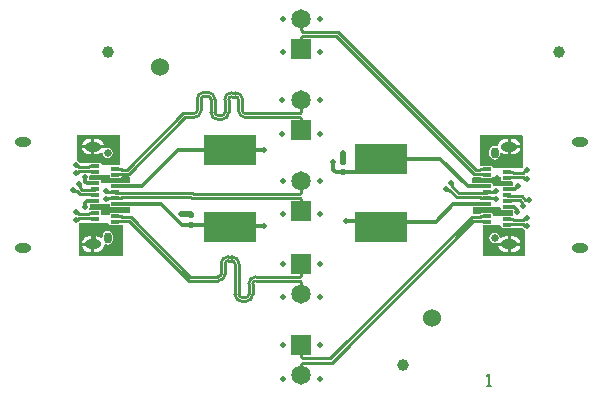
<source format=gtl>
G04*
G04 #@! TF.GenerationSoftware,Altium Limited,Altium Designer,20.1.11 (218)*
G04*
G04 Layer_Physical_Order=1*
G04 Layer_Color=255*
%FSLAX24Y24*%
%MOIN*%
G70*
G04*
G04 #@! TF.SameCoordinates,54141B6B-DA1B-4774-B8CF-21792AEDCB4D*
G04*
G04*
G04 #@! TF.FilePolarity,Positive*
G04*
G01*
G75*
G04:AMPARAMS|DCode=15|XSize=20mil|YSize=20mil|CornerRadius=6mil|HoleSize=0mil|Usage=FLASHONLY|Rotation=180.000|XOffset=0mil|YOffset=0mil|HoleType=Round|Shape=RoundedRectangle|*
%AMROUNDEDRECTD15*
21,1,0.0200,0.0080,0,0,180.0*
21,1,0.0080,0.0200,0,0,180.0*
1,1,0.0120,-0.0040,0.0040*
1,1,0.0120,0.0040,0.0040*
1,1,0.0120,0.0040,-0.0040*
1,1,0.0120,-0.0040,-0.0040*
%
%ADD15ROUNDEDRECTD15*%
%ADD26C,0.0085*%
%ADD27C,0.0394*%
%ADD28R,0.0276X0.0118*%
%ADD29R,0.1772X0.0996*%
%ADD30C,0.0120*%
%ADD31C,0.0200*%
%ADD32C,0.0059*%
%ADD33O,0.0551X0.0315*%
%ADD34C,0.0256*%
%ADD35O,0.0256X0.0374*%
%ADD36C,0.0600*%
%ADD37R,0.0650X0.0650*%
%ADD38C,0.0650*%
%ADD39C,0.0197*%
G36*
X3862Y5915D02*
Y5905D01*
X4217D01*
Y5905D01*
X4223Y5911D01*
X4276D01*
X4276Y4866D01*
X2851Y4866D01*
X2816Y4901D01*
X2816Y5965D01*
X2825Y5978D01*
X3799Y5978D01*
X3862Y5915D01*
D02*
G37*
G36*
X3843Y6497D02*
X3862D01*
Y6495D01*
X4025D01*
X4039Y6493D01*
X4530D01*
X4530Y6327D01*
X4495Y6291D01*
X4217D01*
Y6300D01*
X3862D01*
Y6291D01*
X3859D01*
Y6226D01*
X3553D01*
Y6398D01*
X3548D01*
Y6398D01*
X3192D01*
X3173Y6440D01*
Y6459D01*
X3182Y6506D01*
X3176Y6541D01*
X3203Y6591D01*
X3370D01*
X3385Y6594D01*
X3548D01*
Y6594D01*
X3843D01*
Y6497D01*
D02*
G37*
G36*
X4176Y8913D02*
X4176Y7891D01*
X3613Y7888D01*
X3548Y7953D01*
Y7973D01*
X3528D01*
X3526Y7975D01*
X2841D01*
X2815Y8014D01*
X2769Y8044D01*
X2751Y8048D01*
X2751Y8913D01*
X4176Y8913D01*
D02*
G37*
G36*
X3860Y7579D02*
X3860Y7519D01*
X3860Y7519D01*
X3862Y7480D01*
X3884Y7480D01*
X4217D01*
Y7511D01*
X4236D01*
X4268Y7518D01*
X4271Y7519D01*
X4475Y7519D01*
X4510Y7484D01*
X4510Y7287D01*
X4039D01*
X4025Y7284D01*
X3862D01*
Y7283D01*
X3589Y7283D01*
X3553Y7319D01*
X3553Y7382D01*
X3548Y7383D01*
X3503Y7383D01*
X3385D01*
X3370Y7385D01*
X3173D01*
Y7536D01*
X3192Y7578D01*
X3548D01*
Y7578D01*
X3548Y7579D01*
X3860Y7579D01*
D02*
G37*
G36*
X16869Y6496D02*
X16904Y6461D01*
X16904Y6398D01*
X16910Y6397D01*
X16954Y6397D01*
X17073D01*
X17087Y6394D01*
X17284D01*
Y6244D01*
X17265Y6201D01*
X16910D01*
Y6201D01*
X16614D01*
X16614Y6270D01*
X16596D01*
Y6300D01*
X16240D01*
Y6270D01*
X15983D01*
X15948Y6305D01*
X15948Y6493D01*
X16418D01*
X16433Y6495D01*
X16596D01*
Y6496D01*
X16869Y6496D01*
D02*
G37*
G36*
X16910Y5827D02*
Y5806D01*
X16930D01*
X16931Y5805D01*
X17616D01*
X17643Y5766D01*
X17688Y5735D01*
X17707Y5732D01*
X17707Y4866D01*
X16281Y4866D01*
X16281Y5889D01*
X16844Y5892D01*
X16910Y5827D01*
D02*
G37*
G36*
X16240Y7488D02*
Y7480D01*
X16596D01*
Y7488D01*
X16904D01*
Y7382D01*
X16910D01*
Y7381D01*
X17265D01*
X17284Y7339D01*
Y7189D01*
X17087D01*
X17073Y7186D01*
X16910D01*
Y7185D01*
X16614D01*
Y7282D01*
X16596D01*
Y7284D01*
X16433D01*
X16418Y7287D01*
X15927D01*
X15927Y7453D01*
X15963Y7488D01*
X16240D01*
D02*
G37*
G36*
X17641Y8878D02*
X17641Y7815D01*
X17633Y7802D01*
X16659Y7802D01*
X16596Y7864D01*
Y7875D01*
X16240D01*
Y7875D01*
X16234Y7869D01*
X16182D01*
X16182Y8913D01*
X17606Y8913D01*
X17641Y8878D01*
D02*
G37*
%LPC*%
G36*
X3780Y5703D02*
X3714Y5690D01*
X3658Y5653D01*
X3621Y5597D01*
X3608Y5531D01*
Y5496D01*
X3558Y5471D01*
X3535Y5489D01*
X3473Y5515D01*
X3406Y5523D01*
X3337D01*
Y5264D01*
Y5004D01*
X3406D01*
X3473Y5013D01*
X3535Y5039D01*
X3589Y5080D01*
X3630Y5134D01*
X3656Y5197D01*
X3661Y5231D01*
X3714Y5255D01*
X3715Y5255D01*
X3780Y5242D01*
X3845Y5255D01*
X3901Y5292D01*
X3938Y5348D01*
X3951Y5413D01*
Y5531D01*
X3938Y5597D01*
X3901Y5653D01*
X3845Y5690D01*
X3780Y5703D01*
D02*
G37*
G36*
X3237Y5523D02*
X3169D01*
X3102Y5515D01*
X3039Y5489D01*
X2986Y5447D01*
X2944Y5394D01*
X2918Y5331D01*
X2916Y5314D01*
X3237D01*
Y5523D01*
D02*
G37*
G36*
Y5214D02*
X2916D01*
X2918Y5197D01*
X2944Y5134D01*
X2986Y5080D01*
X3039Y5039D01*
X3102Y5013D01*
X3169Y5004D01*
X3237D01*
Y5214D01*
D02*
G37*
G36*
X3406Y8775D02*
X3337D01*
Y8566D01*
X3659D01*
X3656Y8583D01*
X3630Y8646D01*
X3589Y8699D01*
X3535Y8741D01*
X3473Y8767D01*
X3406Y8775D01*
D02*
G37*
G36*
X3237D02*
X3169D01*
X3102Y8767D01*
X3039Y8741D01*
X2986Y8699D01*
X2944Y8646D01*
X2918Y8583D01*
X2916Y8566D01*
X3237D01*
Y8775D01*
D02*
G37*
G36*
X3780Y8478D02*
X3714Y8465D01*
X3709Y8462D01*
X3702Y8466D01*
X3337D01*
Y8256D01*
X3406D01*
X3473Y8265D01*
X3535Y8291D01*
X3561Y8310D01*
X3565Y8310D01*
X3612Y8287D01*
X3621Y8242D01*
X3658Y8186D01*
X3714Y8149D01*
X3780Y8136D01*
X3845Y8149D01*
X3901Y8186D01*
X3938Y8242D01*
X3951Y8307D01*
X3938Y8373D01*
X3901Y8428D01*
X3845Y8465D01*
X3780Y8478D01*
D02*
G37*
G36*
X3237Y8466D02*
X2916D01*
X2918Y8449D01*
X2944Y8386D01*
X2986Y8332D01*
X3039Y8291D01*
X3102Y8265D01*
X3169Y8256D01*
X3237D01*
Y8466D01*
D02*
G37*
G36*
X17288Y5523D02*
X17220D01*
Y5314D01*
X17541D01*
X17539Y5331D01*
X17513Y5394D01*
X17472Y5447D01*
X17418Y5489D01*
X17355Y5515D01*
X17288Y5523D01*
D02*
G37*
G36*
X16678Y5644D02*
X16612Y5631D01*
X16557Y5594D01*
X16520Y5538D01*
X16507Y5472D01*
X16520Y5407D01*
X16557Y5351D01*
X16612Y5314D01*
X16678Y5301D01*
X16743Y5314D01*
X16749Y5318D01*
X16756Y5314D01*
X17120D01*
Y5523D01*
X17052D01*
X16985Y5515D01*
X16922Y5489D01*
X16897Y5469D01*
X16893Y5470D01*
X16845Y5493D01*
X16836Y5538D01*
X16799Y5594D01*
X16743Y5631D01*
X16678Y5644D01*
D02*
G37*
G36*
X17541Y5214D02*
X17220D01*
Y5004D01*
X17288D01*
X17355Y5013D01*
X17418Y5039D01*
X17472Y5080D01*
X17513Y5134D01*
X17539Y5197D01*
X17541Y5214D01*
D02*
G37*
G36*
X17120D02*
X16799D01*
X16801Y5197D01*
X16827Y5134D01*
X16868Y5080D01*
X16922Y5039D01*
X16985Y5013D01*
X17052Y5004D01*
X17120D01*
Y5214D01*
D02*
G37*
G36*
X17288Y8775D02*
X17220D01*
Y8566D01*
X17541D01*
X17539Y8583D01*
X17513Y8646D01*
X17472Y8699D01*
X17418Y8741D01*
X17355Y8767D01*
X17288Y8775D01*
D02*
G37*
G36*
X17120D02*
X17052D01*
X16985Y8767D01*
X16922Y8741D01*
X16868Y8699D01*
X16827Y8646D01*
X16801Y8583D01*
X16797Y8549D01*
X16744Y8524D01*
X16743Y8524D01*
X16678Y8537D01*
X16612Y8524D01*
X16557Y8487D01*
X16520Y8432D01*
X16507Y8366D01*
Y8248D01*
X16520Y8183D01*
X16557Y8127D01*
X16612Y8090D01*
X16678Y8077D01*
X16743Y8090D01*
X16799Y8127D01*
X16836Y8183D01*
X16849Y8248D01*
Y8284D01*
X16899Y8308D01*
X16922Y8291D01*
X16985Y8265D01*
X17052Y8256D01*
X17120D01*
Y8516D01*
Y8775D01*
D02*
G37*
G36*
X17541Y8466D02*
X17220D01*
Y8256D01*
X17288D01*
X17355Y8265D01*
X17418Y8291D01*
X17472Y8332D01*
X17513Y8386D01*
X17539Y8449D01*
X17541Y8466D01*
D02*
G37*
%LPD*%
D15*
X6560Y6249D02*
D03*
Y5899D02*
D03*
X11614Y8000D02*
D03*
Y7650D02*
D03*
D26*
X8384Y3354D02*
G03*
X8616Y3586I0J233D01*
G01*
X8156D02*
G03*
X8254Y3489I98J0D01*
G01*
X8714Y4174D02*
G03*
X8481Y3941I0J-233D01*
G01*
X8384Y3489D02*
G03*
X8481Y3586I0J98D01*
G01*
X7794Y4708D02*
G03*
X7696Y4611I0J-98D01*
G01*
X8021Y3586D02*
G03*
X8254Y3354I233J0D01*
G01*
X7464Y4039D02*
G03*
X7696Y4271I0J233D01*
G01*
X7464Y4174D02*
G03*
X7561Y4271I0J98D01*
G01*
X8156Y4611D02*
G03*
X7924Y4843I-233J0D01*
G01*
X8714Y4039D02*
G03*
X8616Y3941I0J-98D01*
G01*
X8021Y4611D02*
G03*
X7924Y4708I-98J0D01*
G01*
X7794Y4843D02*
G03*
X7561Y4611I0J-233D01*
G01*
X8139Y9718D02*
G03*
X8371Y9485I233J0D01*
G01*
X8139Y10080D02*
G03*
X8041Y10177I-98J0D01*
G01*
X7911D02*
G03*
X7814Y10080I0J-98D01*
G01*
X7581Y9418D02*
G03*
X7814Y9651I0J233D01*
G01*
X7219D02*
G03*
X7451Y9418I233J0D01*
G01*
X7219Y10090D02*
G03*
X7121Y10188I-98J0D01*
G01*
X6991D02*
G03*
X6894Y10090I0J-98D01*
G01*
X6661Y9485D02*
G03*
X6894Y9718I0J233D01*
G01*
X8274D02*
G03*
X8371Y9620I98J0D01*
G01*
X8274Y10080D02*
G03*
X8041Y10312I-233J0D01*
G01*
X7911D02*
G03*
X7679Y10080I0J-233D01*
G01*
X7581Y9553D02*
G03*
X7679Y9651I0J98D01*
G01*
X7354D02*
G03*
X7451Y9553I98J0D01*
G01*
X7354Y10090D02*
G03*
X7121Y10323I-233J0D01*
G01*
X6991D02*
G03*
X6759Y10090I0J-233D01*
G01*
X6661Y9620D02*
G03*
X6759Y9718I0J98D01*
G01*
X7354Y4174D02*
X7464D01*
X8616Y3586D02*
Y3941D01*
X8714Y4174D02*
X9381D01*
X7794Y4843D02*
X7924D01*
X8254Y3489D02*
X8384D01*
X8481Y3586D02*
Y3941D01*
X8714Y4039D02*
X9381D01*
X8254Y3354D02*
X8384D01*
X7354Y4039D02*
X7464D01*
X8156Y3586D02*
Y4611D01*
X7561Y4271D02*
Y4611D01*
X8021Y3586D02*
Y4611D01*
X7794Y4708D02*
X7924D01*
X7696Y4271D02*
Y4611D01*
X6541Y4174D02*
X7354D01*
X6485Y4039D02*
X7354D01*
X9381Y4174D02*
X10179D01*
X4489Y6035D02*
X6485Y4039D01*
X9381D02*
X10180D01*
X4545Y6170D02*
X6541Y4174D01*
X4251Y6170D02*
X4545D01*
X4251Y6035D02*
X4489D01*
X4236Y6020D02*
X4251Y6035D01*
X6562Y6814D02*
X9583D01*
X6554Y6822D02*
X6562Y6814D01*
X6361Y6822D02*
X6554D01*
X6618Y6949D02*
X9583D01*
X6610Y6957D02*
X6618Y6949D01*
X6361Y6957D02*
X6610D01*
X17698Y6744D02*
X17798D01*
X17823Y6719D01*
X17087Y6890D02*
X17104Y6873D01*
X17583Y6859D02*
X17698Y6744D01*
X17087Y6693D02*
X17104Y6709D01*
X17218D02*
X17232Y6724D01*
X17104Y6709D02*
X17218D01*
X17527Y6724D02*
X17603Y6648D01*
Y6548D02*
Y6648D01*
Y6548D02*
X17628Y6523D01*
X17232Y6724D02*
X17527D01*
X17218Y6873D02*
X17232Y6859D01*
X17583D01*
X17104Y6873D02*
X17218D01*
X16704Y7028D02*
X16739D01*
X16704Y6751D02*
X16739D01*
X16419Y6790D02*
X16665D01*
X16704Y6751D01*
X16665Y6990D02*
X16704Y7028D01*
X16419Y6990D02*
X16665D01*
X16418Y6988D02*
X16419Y6990D01*
X16418Y6791D02*
X16419Y6790D01*
X16402Y6808D02*
X16418Y6791D01*
X15168Y7079D02*
X15424Y6822D01*
X16207D02*
X16221Y6808D01*
X15264Y7174D02*
Y7274D01*
X15238Y7299D02*
X15264Y7274D01*
X15068Y7079D02*
X15168D01*
X16221Y6972D02*
X16402D01*
X16418Y6988D01*
X15043Y7104D02*
X15068Y7079D01*
X15424Y6822D02*
X16207D01*
X16221Y6808D02*
X16402D01*
X16207Y6957D02*
X16221Y6972D01*
X15480Y6957D02*
X16207D01*
X15264Y7174D02*
X15480Y6957D01*
X10279Y12208D02*
X11407D01*
X16006Y7610D01*
X16182D01*
X10279Y12343D02*
X11463D01*
X16061Y7745D02*
X16182D01*
X11463Y12343D02*
X16061Y7745D01*
X3239Y6906D02*
X3354D01*
X2874Y6921D02*
X3225D01*
X3239Y6906D01*
X2930Y7056D02*
X3225D01*
X2830Y7256D02*
X2855Y7231D01*
Y7131D02*
Y7231D01*
Y7131D02*
X2930Y7056D01*
X3239Y7070D02*
X3354D01*
X3225Y7056D02*
X3239Y7070D01*
X3354D02*
X3370Y7087D01*
X2759Y7036D02*
X2874Y6921D01*
X4039Y6988D02*
X4056Y6972D01*
X4038Y6990D02*
X4039Y6988D01*
Y6791D02*
X4056Y6808D01*
X3354Y6906D02*
X3370Y6890D01*
X2634Y7061D02*
X2659Y7036D01*
X2759D01*
X4038Y6790D02*
X4039Y6791D01*
X3792Y6790D02*
X4038D01*
X3754Y6751D02*
X3792Y6790D01*
X3754Y7028D02*
X3792Y6990D01*
X4038D01*
X3718Y7028D02*
X3754D01*
X3718Y6751D02*
X3754D01*
X8371Y9485D02*
X9372D01*
X8139Y9718D02*
Y10080D01*
X7911Y10177D02*
X8041D01*
X7814Y9651D02*
Y10080D01*
X7451Y9418D02*
X7581D01*
X7219Y9651D02*
Y10090D01*
X6991Y10188D02*
X7121D01*
X6894Y9718D02*
Y10090D01*
X6551Y9485D02*
X6661D01*
X8371Y9620D02*
X9372D01*
X8274Y9718D02*
Y10080D01*
X7911Y10312D02*
X8041D01*
X7679Y9651D02*
Y10080D01*
X7451Y9553D02*
X7581D01*
X7354Y9651D02*
Y10090D01*
X6991Y10323D02*
X7121D01*
X6759Y9718D02*
Y10090D01*
X6551Y9620D02*
X6661D01*
X9372Y9485D02*
X10179D01*
X6361D02*
X6551D01*
X9372Y9620D02*
X10179D01*
X6305D02*
X6551D01*
X9583Y6814D02*
X10177D01*
X9583Y6949D02*
X10177D01*
X4251Y6822D02*
X6361D01*
X4251Y6957D02*
X6361D01*
X16402Y6020D02*
X16418Y6004D01*
X15966Y6035D02*
X16207D01*
X16221Y6184D02*
X16402D01*
X16207Y6170D02*
X16221Y6184D01*
X15910Y6170D02*
X16207D01*
X10279Y1316D02*
X11247D01*
X16402Y6184D02*
X16418Y6201D01*
X16221Y6020D02*
X16402D01*
X16207Y6035D02*
X16221Y6020D01*
X11247Y1316D02*
X15966Y6035D01*
X11191Y1451D02*
X15910Y6170D01*
X10279Y1451D02*
X11191D01*
X10229Y883D02*
Y1266D01*
X10229Y1500D02*
Y1883D01*
X10229Y1266D02*
X10279Y1316D01*
X10229Y1500D02*
X10279Y1451D01*
X10229Y883D02*
X10229Y883D01*
Y12393D02*
Y12776D01*
Y12393D02*
X10279Y12343D01*
X10229Y12776D02*
X10229Y12776D01*
X16182Y7745D02*
X16196Y7759D01*
X16402D01*
X16418Y7776D01*
X16196Y7595D02*
X16402D01*
X16182Y7610D02*
X16196Y7595D01*
X10229Y11776D02*
Y12159D01*
X10279Y12208D01*
X2751Y7914D02*
X2821Y7843D01*
X3159D01*
Y7708D02*
X3173Y7694D01*
X2715Y7914D02*
X2751D01*
X3159Y7843D02*
X3173Y7857D01*
X2821Y7708D02*
X3159D01*
X3173Y7694D02*
X3354D01*
X2751Y7637D02*
X2821Y7708D01*
X2715Y7637D02*
X2751D01*
X3173Y7857D02*
X3354D01*
X2751Y6339D02*
X2821Y6268D01*
X3159D01*
Y6133D02*
X3173Y6119D01*
X2715Y6339D02*
X2751D01*
X3159Y6268D02*
X3173Y6283D01*
X2821Y6133D02*
X3159D01*
X3173Y6119D02*
X3354D01*
X2751Y6063D02*
X2821Y6133D01*
X2715Y6063D02*
X2751D01*
X3173Y6283D02*
X3354D01*
X17636Y7511D02*
X17707Y7440D01*
X17299Y7511D02*
X17636D01*
X17284Y7661D02*
X17299Y7646D01*
X17707Y7440D02*
X17742D01*
X17284Y7497D02*
X17299Y7511D01*
Y7646D02*
X17636D01*
X17104Y7661D02*
X17284D01*
X17636Y7646D02*
X17707Y7717D01*
X17742D01*
X17104Y7497D02*
X17284D01*
X17087Y5906D02*
X17104Y5922D01*
X17284D01*
X17707Y6142D02*
X17742D01*
X17636Y6071D02*
X17707Y6142D01*
X17104Y6086D02*
X17284D01*
X17087Y6102D02*
X17104Y6086D01*
X17299Y6071D02*
X17636D01*
X17284Y5922D02*
X17299Y5936D01*
X17707Y5866D02*
X17742D01*
X17284Y6086D02*
X17299Y6071D01*
Y5936D02*
X17636D01*
X17707Y5866D01*
X4056Y6020D02*
X4236D01*
X4039Y6201D02*
X4056Y6184D01*
X4039Y6004D02*
X4056Y6020D01*
X4236Y6184D02*
X4251Y6170D01*
X4056Y6184D02*
X4236D01*
X10229Y4224D02*
Y4606D01*
X10229Y3607D02*
Y3989D01*
X10180Y4039D02*
X10229Y3989D01*
X10179Y4174D02*
X10229Y4224D01*
Y3606D02*
X10229Y3607D01*
X4251Y7610D02*
X4485D01*
X4056Y7759D02*
X4236D01*
X4056Y7595D02*
X4236D01*
X4039Y7776D02*
X4056Y7759D01*
X4236D02*
X4251Y7745D01*
X4236Y7595D02*
X4251Y7610D01*
X4485D02*
X6361Y9485D01*
X4251Y7745D02*
X4429D01*
X6305Y9620D01*
X4039Y7579D02*
X4056Y7595D01*
X10229Y9670D02*
Y10053D01*
X10229Y9053D02*
Y9435D01*
X10179Y9620D02*
X10229Y9670D01*
X10179Y9485D02*
X10229Y9435D01*
Y10053D02*
X10229Y10053D01*
X4056Y6972D02*
X4236D01*
Y6808D02*
X4251Y6822D01*
X4056Y6808D02*
X4236D01*
Y6972D02*
X4251Y6957D01*
X10226Y6999D02*
Y7382D01*
X10226Y6382D02*
Y6765D01*
X10177Y6949D02*
X10226Y6999D01*
X10177Y6814D02*
X10226Y6765D01*
Y7382D02*
X10226Y7382D01*
X4023Y7398D02*
X4039Y7382D01*
X16402Y7595D02*
X16418Y7579D01*
D27*
X3781Y11681D02*
D03*
X13626Y1247D02*
D03*
X18817Y11682D02*
D03*
D28*
X16418Y6004D02*
D03*
Y5807D02*
D03*
Y6201D02*
D03*
Y6398D02*
D03*
Y6594D02*
D03*
Y6791D02*
D03*
Y7185D02*
D03*
Y7382D02*
D03*
Y7579D02*
D03*
Y6988D02*
D03*
Y7972D02*
D03*
Y7776D02*
D03*
X17087Y5906D02*
D03*
Y5709D02*
D03*
Y6693D02*
D03*
Y6496D02*
D03*
Y6299D02*
D03*
Y7480D02*
D03*
Y7283D02*
D03*
Y7087D02*
D03*
Y7874D02*
D03*
Y6102D02*
D03*
Y7677D02*
D03*
Y6890D02*
D03*
X4039Y7776D02*
D03*
Y7972D02*
D03*
Y7579D02*
D03*
Y7382D02*
D03*
Y7185D02*
D03*
Y6988D02*
D03*
Y6594D02*
D03*
Y6398D02*
D03*
Y6201D02*
D03*
Y6791D02*
D03*
Y5807D02*
D03*
Y6004D02*
D03*
X3370Y7874D02*
D03*
Y8071D02*
D03*
Y7087D02*
D03*
Y7283D02*
D03*
Y7480D02*
D03*
Y6299D02*
D03*
Y6496D02*
D03*
Y6693D02*
D03*
Y5906D02*
D03*
Y7677D02*
D03*
Y6102D02*
D03*
Y6890D02*
D03*
D29*
X12886Y5829D02*
D03*
Y8091D02*
D03*
X7867Y8391D02*
D03*
Y5829D02*
D03*
D30*
X7831Y5866D02*
X9003D01*
X17087Y6496D02*
X17335D01*
X17426Y6405D01*
Y6343D02*
Y6405D01*
Y6343D02*
X17441Y6329D01*
X12886Y8091D02*
X14873D01*
X15779Y7185D02*
X16418D01*
X14873Y8091D02*
X15779Y7185D01*
X11614Y7650D02*
X12445D01*
X11575D02*
X11614D01*
X3041Y6506D02*
Y6629D01*
X3105Y6693D01*
X3370D01*
X3031Y7347D02*
Y7490D01*
Y7347D02*
X3095Y7283D01*
X7867Y8391D02*
X9003D01*
X6127D02*
X7867D01*
X11738Y6020D02*
X12695D01*
X12886Y5829D01*
X7831Y5866D02*
X7867Y5829D01*
X7798Y5899D02*
X7831Y5866D01*
X4920Y7185D02*
X6127Y8391D01*
X4039Y7185D02*
X4920D01*
X17087Y7087D02*
X17362D01*
X17461Y7185D01*
X17468D01*
X11305Y7720D02*
X11375Y7650D01*
X11292Y7991D02*
X11305Y7977D01*
Y7720D02*
Y7977D01*
X11375Y7650D02*
X11574D01*
X11575Y7650D01*
X12886Y5829D02*
X13060Y6004D01*
X14713D01*
X3095Y7283D02*
X3370D01*
X14713Y6004D02*
X15303Y6594D01*
X16418D01*
X3447Y5906D02*
X3545Y5807D01*
X4039D01*
X3370Y5906D02*
X3447D01*
X3329Y5305D02*
Y5905D01*
X3287Y5264D02*
X3329Y5305D01*
X12445Y7650D02*
X12886Y8091D01*
X6238Y6266D02*
X6246Y6257D01*
X6551D02*
X6560Y6249D01*
Y5899D02*
X7798D01*
X5551Y6594D02*
X6246Y5899D01*
X6560D01*
X4039Y6594D02*
X5551D01*
D31*
X11614Y8000D02*
Y8307D01*
X6246Y6257D02*
X6551D01*
D32*
X16435Y544D02*
X16567D01*
X16501D01*
Y938D01*
X16435Y872D01*
D33*
X19513Y5122D02*
D03*
Y8657D02*
D03*
X17170Y8516D02*
D03*
Y5264D02*
D03*
X945Y8657D02*
D03*
Y5122D02*
D03*
X3287Y5264D02*
D03*
Y8516D02*
D03*
D34*
X16678Y5472D02*
D03*
X3780Y8307D02*
D03*
D35*
X16678D02*
D03*
X3780Y5472D02*
D03*
D36*
X5534Y11154D02*
D03*
X14602Y2815D02*
D03*
D37*
X10226Y6382D02*
D03*
X10229Y11776D02*
D03*
Y9053D02*
D03*
Y4606D02*
D03*
Y1883D02*
D03*
D38*
X10226Y7382D02*
D03*
X10229Y12776D02*
D03*
Y10053D02*
D03*
Y3606D02*
D03*
Y883D02*
D03*
D39*
X15238Y7299D02*
D03*
X15043Y7104D02*
D03*
X16762Y7451D02*
D03*
X16752Y6309D02*
D03*
X16070Y7388D02*
D03*
X16063Y6378D02*
D03*
X9612Y1883D02*
D03*
X11292Y7991D02*
D03*
X17742Y6142D02*
D03*
Y5866D02*
D03*
X17468Y7185D02*
D03*
X17742Y7440D02*
D03*
Y7717D02*
D03*
X2715Y6339D02*
D03*
Y6063D02*
D03*
Y7914D02*
D03*
Y7637D02*
D03*
X9003Y8391D02*
D03*
Y5866D02*
D03*
X11738Y6020D02*
D03*
X11614Y8307D02*
D03*
X9599Y10053D02*
D03*
X6238Y6266D02*
D03*
X4033Y8195D02*
D03*
X3713Y8018D02*
D03*
X4063Y5608D02*
D03*
X3426Y5671D02*
D03*
X3149D02*
D03*
X17309Y8109D02*
D03*
X17032D02*
D03*
X4400Y7402D02*
D03*
X3707Y7432D02*
D03*
X3711Y5827D02*
D03*
X3718Y7028D02*
D03*
X3701Y6339D02*
D03*
X3031Y7490D02*
D03*
X3718Y6751D02*
D03*
X4387Y6391D02*
D03*
X16739Y6751D02*
D03*
X16394Y8172D02*
D03*
X16742Y7963D02*
D03*
X16744Y5762D02*
D03*
X16424Y5585D02*
D03*
X3100Y8110D02*
D03*
X17382Y5669D02*
D03*
X9599Y8942D02*
D03*
X10859D02*
D03*
Y10053D02*
D03*
X10871Y12776D02*
D03*
Y11665D02*
D03*
X9612D02*
D03*
Y12776D02*
D03*
X10869Y7382D02*
D03*
Y6271D02*
D03*
X9609D02*
D03*
Y7382D02*
D03*
X10871Y4606D02*
D03*
Y3495D02*
D03*
X9612D02*
D03*
Y4606D02*
D03*
X10871Y1883D02*
D03*
Y772D02*
D03*
X9612D02*
D03*
X3041Y6506D02*
D03*
X16739Y7028D02*
D03*
X2634Y7061D02*
D03*
X2830Y7256D02*
D03*
X17823Y6719D02*
D03*
X17628Y6523D02*
D03*
X17441Y6329D02*
D03*
M02*

</source>
